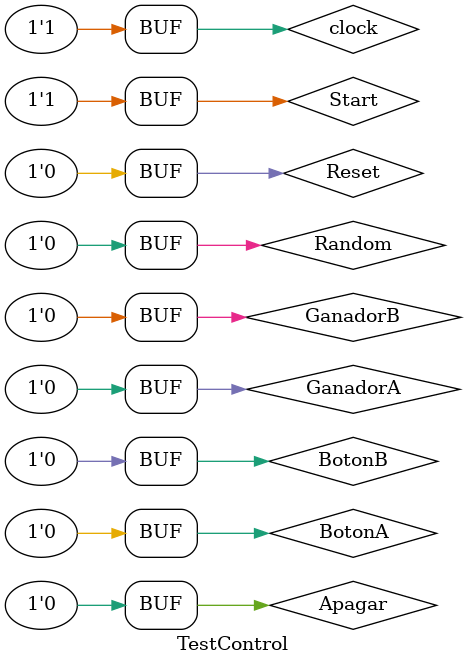
<source format=v>
`timescale 1ns / 1ps


module TestControl;

	// Inputs
	reg clock;
	reg Start;
	reg Reset;
	reg BotonA;
	reg BotonB;
	reg Apagar;
	reg GanadorA;
	reg GanadorB;
	reg Random;

	// Outputs
	wire [1:0] LED;
	wire Modo;
	wire ModifA;
	wire ModifB;
	wire LedEncendido;

	// Instantiate the Unit Under Test (UUT)
	Control uut (
		.clock(clock), 
		.Start(Start), 
		.Reset(Reset), 
		.BotonA(BotonA), 
		.BotonB(BotonB), 
		.Apagar(Apagar), 
		.GanadorA(GanadorA), 
		.GanadorB(GanadorB), 
		.Random(Random), 
		.LED(LED), 
		.Modo(Modo), 
		.ModifA(ModifA), 
		.ModifB(ModifB), 
		.LedEncendido(LedEncendido)
	);
initial begin
		// Initialize Inputs
		Start = 1;
		Reset = 0;
		BotonA = 0;
		BotonB = 0;
		Apagar = 0;
		GanadorA = 0;
		GanadorB = 0;
		Random = 1;
		#2400000;
		BotonB= 1;
		#2400001;
		BotonB= 0;
		#2400000;
		Random =0;
		BotonA = 1;
		//GanadorA =1;
		#1000001;
		BotonA = 0;
		#4900000;
		Random =0;
		BotonA = 1;
		#1000001;
		BotonA = 0;
		#1200000;
		Apagar = 1;
		#1000001;
		Apagar = 0;
		#4900000;
		BotonB = 1;
		#1000001;
		BotonB = 0;
		#1200000;
		Apagar = 1;
		#1000001;
		Apagar = 0;
		#1200000;
		BotonB = 1;
		BotonA = 1;
		#2000002;
		BotonB = 0;
		#1000001;
		BotonA = 0;
	end
	
	always begin
	clock = 0;
	#500000;
	clock = 1;
	#500000;
	end
      
endmodule


</source>
